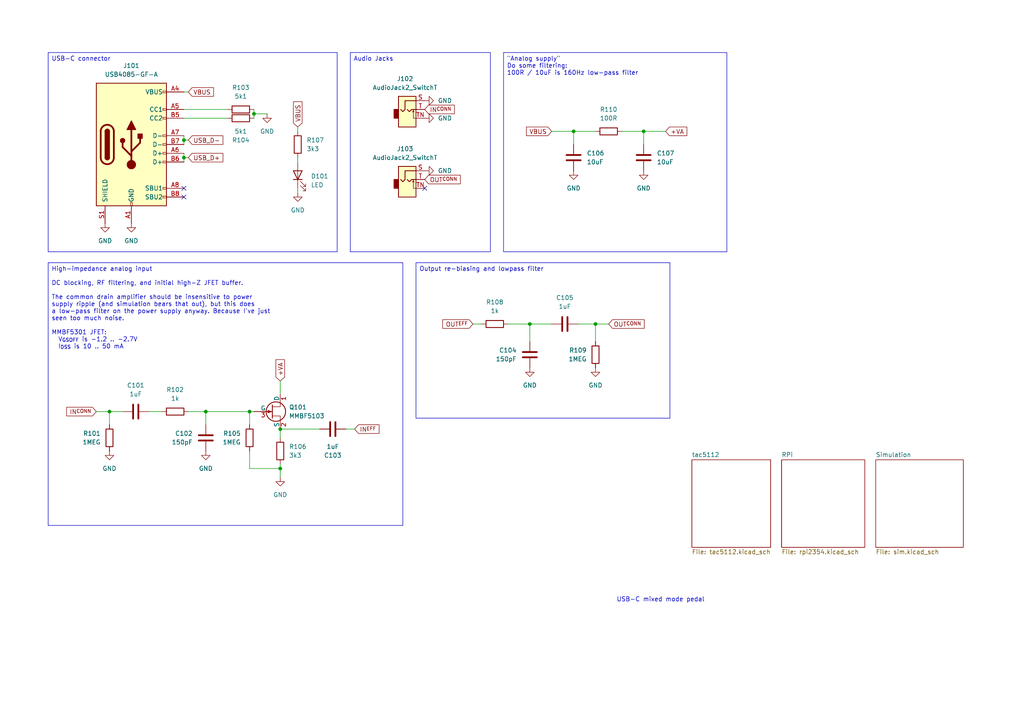
<source format=kicad_sch>
(kicad_sch (version 20250114) (generator "eeschema") (generator_version "9.0")
  (paper "A4")
  (title_block (title "Eventually a RPI2354A board with a codec") (date "2025-10-29") (rev "v1.0"))
  (lib_symbols
    (symbol "Connector:USB_C_Receptacle_USB2.0_16P" (pin_names (offset 1.016))
      (property "Reference" "J" (at 0 22.225 0))
      (property "Value" "USB_C_Receptacle_USB2.0_16P" (at 0 19.685 0))
      (symbol "USB_C_Receptacle_USB2.0_16P_0_0"
        (rectangle (start -0.254 -17.78) (end 0.254 -16.764))
        (rectangle (start 10.16 15.494) (end 9.144 14.986))
        (rectangle (start 10.16 10.414) (end 9.144 9.906))
        (rectangle (start 10.16 7.874) (end 9.144 7.366))
        (rectangle (start 10.16 2.794) (end 9.144 2.286))
        (rectangle (start 10.16 0.254) (end 9.144 -0.254))
        (rectangle (start 10.16 -2.286) (end 9.144 -2.794))
        (rectangle (start 10.16 -4.826) (end 9.144 -5.334))
        (rectangle (start 10.16 -12.446) (end 9.144 -12.954))
        (rectangle (start 10.16 -14.986) (end 9.144 -15.494))
      )
      (symbol "USB_C_Receptacle_USB2.0_16P_0_1"
        (rectangle (start -10.16 17.78) (end 10.16 -17.78) (stroke (width 0.254)) (fill (type background)))
        (polyline (pts (xy -8.89 -3.81) (xy -8.89 3.81)) (stroke (width 0.508)))
        (rectangle (start -7.62 -3.81) (end -6.35 3.81) (stroke (width 0.254)) (fill (type outline)))
        (arc (start -7.62 3.81) (mid -6.985 4.4423) (end -6.35 3.81) (stroke (width 0.254)))
        (arc (start -7.62 3.81) (mid -6.985 4.4423) (end -6.35 3.81) (stroke (width 0.254)) (fill (type outline)))
        (arc (start -8.89 3.81) (mid -6.985 5.7067) (end -5.08 3.81) (stroke (width 0.508)))
        (arc (start -5.08 -3.81) (mid -6.985 -5.7067) (end -8.89 -3.81) (stroke (width 0.508)))
        (arc (start -6.35 -3.81) (mid -6.985 -4.4423) (end -7.62 -3.81) (stroke (width 0.254)))
        (arc (start -6.35 -3.81) (mid -6.985 -4.4423) (end -7.62 -3.81) (stroke (width 0.254)) (fill (type outline)))
        (polyline (pts (xy -5.08 3.81) (xy -5.08 -3.81)) (stroke (width 0.508)))
        (circle (center -2.54 1.143) (radius 0.635) (stroke (width 0.254)) (fill (type outline)))
        (polyline (pts (xy -1.27 4.318) (xy 0 6.858) (xy 1.27 4.318) (xy -1.27 4.318)) (stroke (width 0.254)) (fill (type outline)))
        (polyline (pts (xy 0 -2.032) (xy 2.54 0.508) (xy 2.54 1.778)) (stroke (width 0.508)))
        (polyline (pts (xy 0 -3.302) (xy -2.54 -0.762) (xy -2.54 0.508)) (stroke (width 0.508)))
        (polyline (pts (xy 0 -5.842) (xy 0 4.318)) (stroke (width 0.508)))
        (circle (center 0 -5.842) (radius 1.27) (fill (type outline)))
        (rectangle (start 1.905 1.778) (end 3.175 3.048) (stroke (width 0.254)) (fill (type outline)))
      )
      (symbol "USB_C_Receptacle_USB2.0_16P_1_1"
        (pin passive line (at -7.62 -22.86 90) (length 5.08) (name "SHIELD") (number "S1"))
        (pin passive line (at 0 -22.86 90) (length 5.08) (name "GND") (number "A1"))
        (pin passive line (at 0 -22.86 90) (length 5.08) (hide yes) (name "GND") (number "A12"))
        (pin passive line (at 0 -22.86 90) (length 5.08) (hide yes) (name "GND") (number "B1"))
        (pin passive line (at 0 -22.86 90) (length 5.08) (hide yes) (name "GND") (number "B12"))
        (pin passive line (at 15.24 15.24 180) (length 5.08) (name "VBUS") (number "A4"))
        (pin passive line (at 15.24 15.24 180) (length 5.08) (hide yes) (name "VBUS") (number "A9"))
        (pin passive line (at 15.24 15.24 180) (length 5.08) (hide yes) (name "VBUS") (number "B4"))
        (pin passive line (at 15.24 15.24 180) (length 5.08) (hide yes) (name "VBUS") (number "B9"))
        (pin bidirectional line (at 15.24 10.16 180) (length 5.08) (name "CC1") (number "A5"))
        (pin bidirectional line (at 15.24 7.62 180) (length 5.08) (name "CC2") (number "B5"))
        (pin bidirectional line (at 15.24 2.54 180) (length 5.08) (name "D-") (number "A7"))
        (pin bidirectional line (at 15.24 0 180) (length 5.08) (name "D-") (number "B7"))
        (pin bidirectional line (at 15.24 -2.54 180) (length 5.08) (name "D+") (number "A6"))
        (pin bidirectional line (at 15.24 -5.08 180) (length 5.08) (name "D+") (number "B6"))
        (pin bidirectional line (at 15.24 -12.7 180) (length 5.08) (name "SBU1") (number "A8"))
        (pin bidirectional line (at 15.24 -15.24 180) (length 5.08) (name "SBU2") (number "B8"))
      )
    )
    (symbol "Connector_Audio:AudioJack2_SwitchT"
      (property "Reference" "J" (at 0 8.89 0))
      (property "Value" "AudioJack2_SwitchT" (at 0 6.35 0))
      (symbol "AudioJack2_SwitchT_0_1"
        (rectangle (start -2.54 0) (end -3.81 -2.54) (stroke (width 0.254)) (fill (type outline)))
        (polyline (pts (xy 0 0) (xy 0.635 -0.635) (xy 1.27 0) (xy 2.54 0)) (stroke (width 0.254)))
        (polyline (pts (xy 1.778 -0.254) (xy 2.032 -0.762)))
        (rectangle (start 2.54 3.81) (end -2.54 -5.08) (stroke (width 0.254)) (fill (type background)))
        (polyline (pts (xy 2.54 2.54) (xy -0.635 2.54) (xy -0.635 0) (xy -1.27 -0.635) (xy -1.905 0)) (stroke (width 0.254)))
        (polyline (pts (xy 2.54 -2.54) (xy 1.778 -2.54) (xy 1.778 -0.254) (xy 1.524 -0.762)))
      )
      (symbol "AudioJack2_SwitchT_1_1"
        (pin passive line (at 5.08 2.54 180) (length 2.54) (name "~") (number "S"))
        (pin passive line (at 5.08 0 180) (length 2.54) (name "~") (number "T"))
        (pin passive line (at 5.08 -2.54 180) (length 2.54) (name "~") (number "TN"))
      )
    )
    (symbol "Device:C" (pin_numbers (hide yes)) (pin_names (offset 0.254))
      (property "Reference" "C" (at 0.635 2.54 0))
      (property "Value" "C" (at 0.635 -2.54 0))
      (symbol "C_0_1"
        (polyline (pts (xy -2.032 0.762) (xy 2.032 0.762)) (stroke (width 0.508)))
        (polyline (pts (xy -2.032 -0.762) (xy 2.032 -0.762)) (stroke (width 0.508)))
      )
      (symbol "C_1_1"
        (pin passive line (at 0 3.81 270) (length 2.794) (name "~") (number "1"))
        (pin passive line (at 0 -3.81 90) (length 2.794) (name "~") (number "2"))
      )
    )
    (symbol "Device:LED" (pin_numbers (hide yes)) (pin_names (offset 1.016) (hide yes))
      (property "Reference" "D" (at 0 2.54 0))
      (property "Value" "LED" (at 0 -2.54 0))
      (symbol "LED_0_1"
        (polyline (pts (xy -3.048 -0.762) (xy -4.572 -2.286) (xy -3.81 -2.286) (xy -4.572 -2.286) (xy -4.572 -1.524)))
        (polyline (pts (xy -1.778 -0.762) (xy -3.302 -2.286) (xy -2.54 -2.286) (xy -3.302 -2.286) (xy -3.302 -1.524)))
        (polyline (pts (xy -1.27 0) (xy 1.27 0)))
        (polyline (pts (xy -1.27 -1.27) (xy -1.27 1.27)) (stroke (width 0.254)))
        (polyline (pts (xy 1.27 -1.27) (xy 1.27 1.27) (xy -1.27 0) (xy 1.27 -1.27)) (stroke (width 0.254)))
      )
      (symbol "LED_1_1"
        (pin passive line (at -3.81 0 0) (length 2.54) (name "K") (number "1"))
        (pin passive line (at 3.81 0 180) (length 2.54) (name "A") (number "2"))
      )
    )
    (symbol "Device:R" (pin_numbers (hide yes)) (pin_names (offset 0))
      (property "Reference" "R" (at 2.032 0 90))
      (property "Value" "R" (at 0 0 90))
      (symbol "R_0_1"
        (rectangle (start -1.016 -2.54) (end 1.016 2.54) (stroke (width 0.254)))
      )
      (symbol "R_1_1"
        (pin passive line (at 0 3.81 270) (length 1.27) (name "~") (number "1"))
        (pin passive line (at 0 -3.81 90) (length 1.27) (name "~") (number "2"))
      )
    )
    (symbol "Mylib:MMBF5103" (pin_names (offset 0))
      (property "Reference" "Q" (at 5.08 1.27 0))
      (property "Value" "MMBF5103" (at 5.08 -1.27 0))
      (symbol "MMBF5103_0_1"
        (polyline (pts (xy 0 0) (xy -1.016 0.381) (xy -1.016 -0.381) (xy 0 0)) (fill (type outline)))
        (polyline (pts (xy 0.254 1.905) (xy 0.254 -1.905) (xy 0.254 -1.905)) (stroke (width 0.254)))
        (circle (center 1.27 0) (radius 2.8194) (stroke (width 0.254)))
        (polyline (pts (xy 2.54 2.54) (xy 2.54 1.397) (xy 0.254 1.397)))
        (polyline (pts (xy 2.54 -2.54) (xy 2.54 -1.27) (xy 0.254 -1.27)))
      )
      (symbol "MMBF5103_1_1"
        (pin input line (at -5.08 0 0) (length 5.334) (name "G") (number "3"))
        (pin passive line (at 2.54 5.08 270) (length 2.54) (name "D") (number "1"))
        (pin passive line (at 2.54 -5.08 90) (length 2.54) (name "S") (number "2"))
      )
    )
    (symbol "power:GND" (power) (pin_numbers (hide yes)) (pin_names (offset 0) (hide yes))
      (property "Value" "GND" (at 0 -3.81 0))
      (symbol "GND_0_1"
        (polyline (pts (xy 0 0) (xy 0 -1.27) (xy 1.27 -1.27) (xy 0 -2.54) (xy -1.27 -1.27) (xy 0 -1.27)))
      )
      (symbol "GND_1_1"
        (pin power_in line (at 0 0 270) (length 0) (name "~") (number "1"))
      )
    )
  )
  (text "USB-C mixed mode pedal" (at 178.816 173.99 0) (effects (font (size 1.27 1.27)) (justify left)))
  (text_box "USB-C connector" (at 13.97 15.24 0) (size 83.82 57.785) (margins 0.9525 0.9525 0.9525 0.9525) (effects (font (size 1.27 1.27)) (justify left top)))
  (text_box "Audio Jacks" (at 101.6 15.24 0) (size 40.64 57.785) (margins 0.9525 0.9525 0.9525 0.9525) (effects (font (size 1.27 1.27)) (justify left top)))
  (text_box "High-impedance analog input\n\nDC blocking, RF filtering, and initial high-Z JFET buffer.\n\nThe common drain amplifier should be insensitive to power\nsupply ripple (and simulation bears that out), but this does\na low-pass filter on the power supply anyway. Because I've just\nseen too much noise.\n\nMMBF5301 JFET:\n  V_{GSOFF} is -1.2 .. -2.7V\n  I_{DSS} is 10 .. 50 mA" (at 13.97 76.2 0) (size 102.87 76.2) (margins 0.9525 0.9525 0.9525 0.9525) (effects (font (size 1.27 1.27)) (justify left top)))
  (text_box "\"Analog supply\"\nDo some filtering:\n100R / 10uF is 160Hz low-pass filter\n" (at 146.05 15.24 0) (size 64.77 57.785) (margins 0.9525 0.9525 0.9525 0.9525) (effects (font (size 1.27 1.27)) (justify left top)))
  (text_box "Output re-biasing and lowpass filter" (at 120.65 76.2 0) (size 73.66 45.085) (margins 0.9525 0.9525 0.9525 0.9525) (effects (font (size 1.27 1.27)) (justify left top)))
  (junction (at 81.28 124.46))
  (junction (at 59.69 119.38))
  (junction (at 186.69 38.1))
  (junction (at 81.28 135.89))
  (junction (at 72.39 119.38))
  (junction (at 53.34 40.64))
  (junction (at 53.34 45.72))
  (junction (at 73.66 33.02))
  (junction (at 31.75 119.38))
  (junction (at 153.67 93.98))
  (junction (at 172.72 93.98))
  (junction (at 166.37 38.1))
  (no_connect (at 53.34 54.61))
  (no_connect (at 53.34 57.15))
  (no_connect (at 123.19 54.61))
  (wire (pts (xy 186.69 38.1) (xy 193.04 38.1)))
  (wire (pts (xy 43.18 119.38) (xy 46.99 119.38)))
  (wire (pts (xy 81.28 134.62) (xy 81.28 135.89)))
  (wire (pts (xy 86.36 36.83) (xy 86.36 38.1)))
  (wire (pts (xy 147.32 93.98) (xy 153.67 93.98)))
  (wire (pts (xy 73.66 33.02) (xy 73.66 31.75)))
  (wire (pts (xy 81.28 124.46) (xy 81.28 127)))
  (wire (pts (xy 180.34 38.1) (xy 186.69 38.1)))
  (wire (pts (xy 66.04 34.29) (xy 53.34 34.29)))
  (wire (pts (xy 77.47 33.02) (xy 73.66 33.02)))
  (wire (pts (xy 54.61 119.38) (xy 59.69 119.38)))
  (wire (pts (xy 166.37 38.1) (xy 172.72 38.1)))
  (wire (pts (xy 73.66 33.02) (xy 73.66 34.29)))
  (wire (pts (xy 153.67 93.98) (xy 160.02 93.98)))
  (wire (pts (xy 53.34 45.72) (xy 53.34 46.99)))
  (wire (pts (xy 137.16 93.98) (xy 139.7 93.98)))
  (wire (pts (xy 186.69 38.1) (xy 186.69 41.91)))
  (wire (pts (xy 160.02 38.1) (xy 166.37 38.1)))
  (wire (pts (xy 166.37 38.1) (xy 166.37 41.91)))
  (wire (pts (xy 100.33 124.46) (xy 102.87 124.46)))
  (wire (pts (xy 72.39 135.89) (xy 81.28 135.89)))
  (wire (pts (xy 172.72 93.98) (xy 172.72 99.06)))
  (wire (pts (xy 54.61 45.72) (xy 53.34 45.72)))
  (wire (pts (xy 172.72 93.98) (xy 176.53 93.98)))
  (wire (pts (xy 53.34 45.72) (xy 53.34 44.45)))
  (wire (pts (xy 54.61 40.64) (xy 53.34 40.64)))
  (wire (pts (xy 72.39 130.81) (xy 72.39 135.89)))
  (wire (pts (xy 59.69 119.38) (xy 72.39 119.38)))
  (wire (pts (xy 53.34 31.75) (xy 66.04 31.75)))
  (wire (pts (xy 27.94 119.38) (xy 31.75 119.38)))
  (wire (pts (xy 72.39 119.38) (xy 73.66 119.38)))
  (wire (pts (xy 167.64 93.98) (xy 172.72 93.98)))
  (wire (pts (xy 86.36 54.61) (xy 86.36 55.88)))
  (wire (pts (xy 81.28 124.46) (xy 92.71 124.46)))
  (wire (pts (xy 53.34 40.64) (xy 53.34 41.91)))
  (wire (pts (xy 72.39 119.38) (xy 72.39 123.19)))
  (wire (pts (xy 59.69 119.38) (xy 59.69 123.19)))
  (wire (pts (xy 31.75 119.38) (xy 35.56 119.38)))
  (wire (pts (xy 86.36 45.72) (xy 86.36 46.99)))
  (wire (pts (xy 81.28 135.89) (xy 81.28 138.43)))
  (wire (pts (xy 53.34 26.67) (xy 54.61 26.67)))
  (wire (pts (xy 31.75 119.38) (xy 31.75 123.19)))
  (wire (pts (xy 81.28 110.49) (xy 81.28 114.3)))
  (wire (pts (xy 53.34 40.64) (xy 53.34 39.37)))
  (wire (pts (xy 153.67 93.98) (xy 153.67 99.06)))
  (global_label "IN^{EFF}" (shape input) (at 102.87 124.46 0) (property "Intersheetrefs" "${INTERSHEET_REFS}" (effects (hide yes))))
  (global_label "USB_D-" (shape input) (at 54.61 40.64 0) (property "Intersheetrefs" "${INTERSHEET_REFS}" (effects (hide yes))))
  (global_label "OUT^{CONN}" (shape input) (at 123.19 52.07 0) (property "Intersheetrefs" "${INTERSHEET_REFS}" (effects (hide yes))))
  (global_label "VBUS" (shape input) (at 54.61 26.67 0) (property "Intersheetrefs" "${INTERSHEET_REFS}" (effects (hide yes))))
  (global_label "OUT^{CONN}" (shape input) (at 176.53 93.98 0) (property "Intersheetrefs" "${INTERSHEET_REFS}" (effects (hide yes))))
  (global_label "VBUS" (shape input) (at 86.36 36.83 90) (property "Intersheetrefs" "${INTERSHEET_REFS}" (effects (hide yes))))
  (global_label "+VA" (shape input) (at 81.28 110.49 90) (property "Intersheetrefs" "${INTERSHEET_REFS}" (effects (hide yes))))
  (global_label "USB_D+" (shape input) (at 54.61 45.72 0) (property "Intersheetrefs" "${INTERSHEET_REFS}" (effects (hide yes))))
  (global_label "IN^{CONN}" (shape input) (at 27.94 119.38 180) (property "Intersheetrefs" "${INTERSHEET_REFS}" (effects (hide yes))))
  (global_label "OUT^{EFF}" (shape input) (at 137.16 93.98 180) (property "Intersheetrefs" "${INTERSHEET_REFS}" (effects (hide yes))))
  (global_label "IN^{CONN}" (shape input) (at 123.19 31.75 0) (property "Intersheetrefs" "${INTERSHEET_REFS}" (effects (hide yes))))
  (global_label "VBUS" (shape input) (at 160.02 38.1 180) (property "Intersheetrefs" "${INTERSHEET_REFS}" (effects (hide yes))))
  (global_label "+VA" (shape input) (at 193.04 38.1 0) (property "Intersheetrefs" "${INTERSHEET_REFS}" (effects (hide yes))))
  (symbol (lib_id "Device:C") (at 39.37 119.38 90) (unit 1)
    (property "Reference" "C101" (at 39.37 111.76 90))
    (property "Value" "1uF" (at 39.37 114.3 90))
    (property "Footprint" "Capacitor_SMD:C_1206_3216Metric" (effects (hide yes)))
    (property "Description" "Unpolarized capacitor" (effects (hide yes)))
  )
  (symbol (lib_id "power:GND") (at 166.37 49.53 0) (unit 1)
    (property "Reference" "#PWR0112" (effects (hide yes)))
    (property "Value" "GND" (at 166.37 54.61 0))
    (property "Description" "Power symbol creates a global label with name \"GND\" , ground" (effects (hide yes)))
  )
  (symbol (lib_id "Mylib:MMBF5103") (at 78.74 119.38 0) (unit 1)
    (property "Reference" "Q101" (at 83.82 118.1099 0) (effects (justify left)))
    (property "Value" "MMBF5103" (at 83.82 120.6499 0) (effects (justify left)))
    (property "Footprint" "Package_TO_SOT_SMD:SOT-23" (effects (hide yes)))
    (property "Datasheet" "https://www.onsemi.com/pdf/datasheet/mmbf5103-d.pdf" (effects (hide yes)))
    (property "Description" "MMBF5103" (effects (hide yes)))
    (property "Sim.Library" "spice/MMBF5103.lib" (effects (hide yes)))
    (property "Sim.Name" "MMBF5103" (effects (hide yes)))
    (property "Sim.Device" "NJFET" (effects (hide yes)))
    (property "Sim.Type" "SHICHMANHODGES" (effects (hide yes)))
    (property "Sim.Pins" "1=D 2=S 3=G" (effects (hide yes)))
  )
  (symbol (lib_id "Device:C") (at 153.67 102.87 0) (mirror x) (unit 1)
    (property "Reference" "C104" (at 149.86 101.5999 0) (effects (justify right)))
    (property "Value" "150pF" (at 149.86 104.1399 0) (effects (justify right)))
    (property "Footprint" "Capacitor_SMD:C_0805_2012Metric" (effects (hide yes)))
    (property "Description" "Unpolarized capacitor" (effects (hide yes)))
  )
  (symbol (lib_id "Device:R") (at 50.8 119.38 90) (unit 1)
    (property "Reference" "R102" (at 50.8 113.03 90))
    (property "Value" "1k" (at 50.8 115.57 90))
    (property "Footprint" "Resistor_SMD:R_0402_1005Metric" (effects (hide yes)))
    (property "Description" "Resistor" (effects (hide yes)))
  )
  (symbol (lib_id "Device:R") (at 69.85 34.29 90) (unit 1)
    (property "Reference" "R104" (at 69.85 40.64 90))
    (property "Value" "5k1" (at 69.85 38.1 90))
    (property "Footprint" "Resistor_SMD:R_0402_1005Metric" (effects (hide yes)))
    (property "Description" "Resistor" (effects (hide yes)))
  )
  (symbol (lib_id "power:GND") (at 77.47 33.02 0) (unit 1)
    (property "Reference" "#PWR0105" (effects (hide yes)))
    (property "Value" "GND" (at 77.47 38.1 0))
    (property "Description" "Power symbol creates a global label with name \"GND\" , ground" (effects (hide yes)))
  )
  (symbol (lib_id "power:GND") (at 31.75 130.81 0) (unit 1)
    (property "Reference" "#PWR0102" (effects (hide yes)))
    (property "Value" "GND" (at 31.75 135.89 0))
    (property "Description" "Power symbol creates a global label with name \"GND\" , ground" (effects (hide yes)))
  )
  (symbol (lib_id "power:GND") (at 172.72 106.68 0) (unit 1)
    (property "Reference" "#PWR0113" (effects (hide yes)))
    (property "Value" "GND" (at 172.72 111.76 0))
    (property "Description" "Power symbol creates a global label with name \"GND\" , ground" (effects (hide yes)))
  )
  (symbol (lib_id "Device:C") (at 59.69 127 0) (mirror y) (unit 1)
    (property "Reference" "C102" (at 55.88 125.7299 0) (effects (justify left)))
    (property "Value" "150pF" (at 55.88 128.2699 0) (effects (justify left)))
    (property "Footprint" "Capacitor_SMD:C_0805_2012Metric" (effects (hide yes)))
    (property "Description" "Unpolarized capacitor" (effects (hide yes)))
  )
  (symbol (lib_id "power:GND") (at 153.67 106.68 0) (unit 1)
    (property "Reference" "#PWR0111" (effects (hide yes)))
    (property "Value" "GND" (at 153.67 111.76 0))
    (property "Description" "Power symbol creates a global label with name \"GND\" , ground" (effects (hide yes)))
  )
  (symbol (lib_id "power:GND") (at 86.36 55.88 0) (unit 1)
    (property "Reference" "#PWR0107" (effects (hide yes)))
    (property "Value" "GND" (at 86.36 60.96 0))
    (property "Description" "Power symbol creates a global label with name \"GND\" , ground" (effects (hide yes)))
  )
  (symbol (lib_id "power:GND") (at 123.19 49.53 90) (unit 1)
    (property "Reference" "#PWR0110" (effects (hide yes)))
    (property "Value" "GND" (at 127 49.5299 90) (effects (justify right)))
    (property "Description" "Power symbol creates a global label with name \"GND\" , ground" (effects (hide yes)))
  )
  (symbol (lib_id "Device:R") (at 172.72 102.87 0) (mirror y) (unit 1)
    (property "Reference" "R109" (at 170.18 101.5999 0) (effects (justify left)))
    (property "Value" "1MEG" (at 170.18 104.14 0) (effects (justify left)))
    (property "Footprint" "Resistor_SMD:R_0402_1005Metric" (effects (hide yes)))
    (property "Description" "Resistor" (effects (hide yes)))
  )
  (symbol (lib_id "Device:R") (at 69.85 31.75 90) (unit 1)
    (property "Reference" "R103" (at 69.85 25.4 90))
    (property "Value" "5k1" (at 69.85 27.94 90))
    (property "Footprint" "Resistor_SMD:R_0402_1005Metric" (effects (hide yes)))
    (property "Description" "Resistor" (effects (hide yes)))
  )
  (symbol (lib_id "Device:C") (at 166.37 45.72 180) (unit 1)
    (property "Reference" "C106" (at 170.18 44.4499 0) (effects (justify right)))
    (property "Value" "10uF" (at 170.18 46.9899 0) (effects (justify right)))
    (property "Footprint" "Capacitor_SMD:C_1206_3216Metric" (effects (hide yes)))
    (property "Description" "Unpolarized capacitor" (effects (hide yes)))
  )
  (symbol (lib_id "power:GND") (at 123.19 34.29 90) (unit 1)
    (property "Reference" "#PWR0109" (effects (hide yes)))
    (property "Value" "GND" (at 127 34.2899 90) (effects (justify right)))
    (property "Description" "Power symbol creates a global label with name \"GND\" , ground" (effects (hide yes)))
  )
  (symbol (lib_id "Device:R") (at 143.51 93.98 90) (unit 1)
    (property "Reference" "R108" (at 143.51 87.63 90))
    (property "Value" "1k" (at 143.51 90.17 90))
    (property "Footprint" "Resistor_SMD:R_0402_1005Metric" (effects (hide yes)))
    (property "Description" "Resistor" (effects (hide yes)))
  )
  (symbol (lib_id "Device:LED") (at 86.36 50.8 90) (unit 1)
    (property "Reference" "D101" (at 90.17 51.1174 90) (effects (justify right)))
    (property "Value" "LED" (at 90.17 53.6574 90) (effects (justify right)))
    (property "Footprint" "LED_SMD:LED_0402_1005Metric" (effects (hide yes)))
    (property "Description" "Light emitting diode" (effects (hide yes)))
    (property "Sim.Pins" "1=K 2=A" (effects (hide yes)))
    (property "Sim.Device" "D" (effects (hide yes)))
    (property "Sim.Params" "n=3" (effects (hide yes)))
  )
  (symbol (lib_id "Connector_Audio:AudioJack2_SwitchT") (at 118.11 31.75 0) (unit 1) (exclude_from_sim yes)
    (property "Reference" "J102" (at 117.475 22.86 0))
    (property "Value" "AudioJack2_SwitchT" (at 117.475 25.4 0))
    (property "Footprint" "Mylib:CK-6.35-no-NPTH" (effects (hide yes)))
    (property "Description" "Audio Jack, 2 Poles (Mono / TS), Switched T Pole (Normalling)" (effects (hide yes)))
  )
  (symbol (lib_id "Device:R") (at 176.53 38.1 90) (unit 1)
    (property "Reference" "R110" (at 176.53 31.75 90))
    (property "Value" "100R" (at 176.53 34.29 90))
    (property "Footprint" "Resistor_SMD:R_0402_1005Metric" (effects (hide yes)))
    (property "Description" "Resistor" (effects (hide yes)))
  )
  (symbol (lib_id "Device:R") (at 81.28 130.81 0) (unit 1)
    (property "Reference" "R106" (at 83.82 129.5399 0) (effects (justify left)))
    (property "Value" "3k3" (at 83.82 132.08 0) (effects (justify left)))
    (property "Footprint" "Resistor_SMD:R_0402_1005Metric" (effects (hide yes)))
    (property "Description" "Resistor" (effects (hide yes)))
  )
  (symbol (lib_id "power:GND") (at 81.28 138.43 0) (unit 1)
    (property "Reference" "#PWR0106" (effects (hide yes)))
    (property "Value" "GND" (at 81.28 143.51 0))
    (property "Description" "Power symbol creates a global label with name \"GND\" , ground" (effects (hide yes)))
  )
  (symbol (lib_id "Device:C") (at 96.52 124.46 90) (mirror x) (unit 1)
    (property "Reference" "C103" (at 96.52 132.08 90))
    (property "Value" "1uF" (at 96.52 129.54 90))
    (property "Footprint" "Capacitor_SMD:C_1206_3216Metric" (effects (hide yes)))
    (property "Description" "Unpolarized capacitor" (effects (hide yes)))
  )
  (symbol (lib_id "power:GND") (at 59.69 130.81 0) (unit 1)
    (property "Reference" "#PWR0104" (effects (hide yes)))
    (property "Value" "GND" (at 59.69 135.89 0))
    (property "Description" "Power symbol creates a global label with name \"GND\" , ground" (effects (hide yes)))
  )
  (symbol (lib_id "Connector:USB_C_Receptacle_USB2.0_16P") (at 38.1 41.91 0) (unit 1) (exclude_from_sim yes)
    (property "Reference" "J101" (at 38.1 19.05 0))
    (property "Value" "USB4085-GF-A" (at 38.1 21.59 0))
    (property "Footprint" "Connector_USB:USB_C_Receptacle_XKB_U262-16XN-4BVC11" (effects (hide yes)))
    (property "Datasheet" "https://www.mouser.com/catalog/specsheets/GCT_usb4085.pdf" (effects (hide yes)))
    (property "Description" "USB 2.0-only 16P Type-C Receptacle connector" (effects (hide yes)))
  )
  (symbol (lib_id "power:GND") (at 38.1 64.77 0) (unit 1)
    (property "Reference" "#PWR0103" (effects (hide yes)))
    (property "Value" "GND" (at 38.1 69.85 0))
    (property "Description" "Power symbol creates a global label with name \"GND\" , ground" (effects (hide yes)))
  )
  (symbol (lib_id "Connector_Audio:AudioJack2_SwitchT") (at 118.11 52.07 0) (unit 1) (exclude_from_sim yes)
    (property "Reference" "J103" (at 117.475 43.18 0))
    (property "Value" "AudioJack2_SwitchT" (at 117.475 45.72 0))
    (property "Footprint" "Mylib:CK-6.35-no-NPTH" (effects (hide yes)))
    (property "Description" "Audio Jack, 2 Poles (Mono / TS), Switched T Pole (Normalling)" (effects (hide yes)))
  )
  (symbol (lib_id "Device:C") (at 163.83 93.98 90) (unit 1)
    (property "Reference" "C105" (at 163.83 86.36 90))
    (property "Value" "1uF" (at 163.83 88.9 90))
    (property "Footprint" "Capacitor_SMD:C_1206_3216Metric" (effects (hide yes)))
    (property "Description" "Unpolarized capacitor" (effects (hide yes)))
  )
  (symbol (lib_id "power:GND") (at 30.48 64.77 0) (unit 1)
    (property "Reference" "#PWR0101" (effects (hide yes)))
    (property "Value" "GND" (at 30.48 69.85 0))
    (property "Description" "Power symbol creates a global label with name \"GND\" , ground" (effects (hide yes)))
  )
  (symbol (lib_id "power:GND") (at 186.69 49.53 0) (unit 1)
    (property "Reference" "#PWR0114" (effects (hide yes)))
    (property "Value" "GND" (at 186.69 54.61 0))
    (property "Description" "Power symbol creates a global label with name \"GND\" , ground" (effects (hide yes)))
  )
  (symbol (lib_id "Device:R") (at 86.36 41.91 0) (unit 1)
    (property "Reference" "R107" (at 88.9 40.6399 0) (effects (justify left)))
    (property "Value" "3k3" (at 88.9 43.18 0) (effects (justify left)))
    (property "Footprint" "Resistor_SMD:R_0402_1005Metric" (effects (hide yes)))
    (property "Description" "Resistor" (effects (hide yes)))
  )
  (symbol (lib_id "Device:C") (at 186.69 45.72 180) (unit 1)
    (property "Reference" "C107" (at 190.5 44.4499 0) (effects (justify right)))
    (property "Value" "10uF" (at 190.5 46.9899 0) (effects (justify right)))
    (property "Footprint" "Capacitor_SMD:C_1206_3216Metric" (effects (hide yes)))
    (property "Description" "Unpolarized capacitor" (effects (hide yes)))
  )
  (symbol (lib_id "Device:R") (at 72.39 127 0) (mirror y) (unit 1)
    (property "Reference" "R105" (at 69.85 125.7299 0) (effects (justify left)))
    (property "Value" "1MEG" (at 69.85 128.27 0) (effects (justify left)))
    (property "Footprint" "Resistor_SMD:R_0402_1005Metric" (effects (hide yes)))
    (property "Description" "Resistor" (effects (hide yes)))
  )
  (symbol (lib_id "power:GND") (at 123.19 29.21 90) (unit 1)
    (property "Reference" "#PWR0108" (effects (hide yes)))
    (property "Value" "GND" (at 127 29.2099 90) (effects (justify right)))
    (property "Description" "Power symbol creates a global label with name \"GND\" , ground" (effects (hide yes)))
  )
  (symbol (lib_id "Device:R") (at 31.75 127 0) (mirror y) (unit 1)
    (property "Reference" "R101" (at 29.21 125.7299 0) (effects (justify left)))
    (property "Value" "1MEG" (at 29.21 128.27 0) (effects (justify left)))
    (property "Footprint" "Resistor_SMD:R_0402_1005Metric" (effects (hide yes)))
    (property "Description" "Resistor" (effects (hide yes)))
  )
  (sheet (at 254 133.35) (size 25.4 25.4) (stroke (width 0.1524))
    (property "Sheetname" "Simulation" (at 254 132.6384 0) (effects (justify left bottom)))
    (property "Sheetfile" "sim.kicad_sch" (at 254 159.3346 0) (effects (justify left top)))
  )
  (sheet (at 200.66 133.35) (size 22.86 25.4) (stroke (width 0.1524))
    (property "Sheetname" "tac5112" (at 200.66 132.6384 0) (effects (justify left bottom)))
    (property "Sheetfile" "tac5112.kicad_sch" (at 200.66 159.3346 0) (effects (justify left top)))
  )
  (sheet (at 226.695 133.35) (size 24.13 25.4) (stroke (width 0.1524))
    (property "Sheetname" "RPi" (at 226.695 132.6384 0) (effects (justify left bottom)))
    (property "Sheetfile" "rpi2354.kicad_sch" (at 226.695 159.3346 0) (effects (justify left top)))
  )
)
</source>
